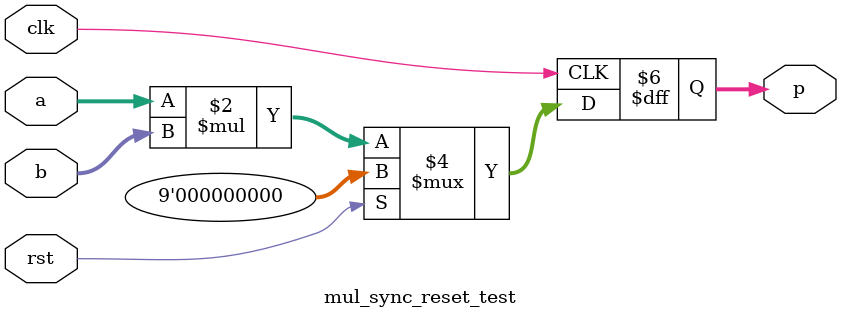
<source format=sv>
module mul_sync_reset_test (clk, rst, a, b, p);
    input wire clk, rst;
    input wire [5:0] a;
    input wire [2:0] b;
    output reg [8:0] p;

    always @(posedge clk)
    begin
        if (rst) begin
            p <= 0;
        end
        else begin
            p <= a * b;
        end
    end
endmodule
</source>
